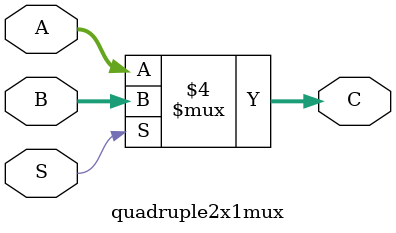
<source format=v>
module quadruple2x1mux(A,B,S,C);
input [3:0] A;
input S;
input [3:0] B;
output reg [3:0] C;
always@(A or B or S)
	begin
		if(S == 0)
		  C = A;
		 else
		 C = B;
	end
endmodule 
</source>
